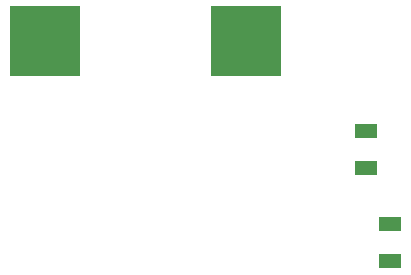
<source format=gtp>
G04 Layer: TopPasteMaskLayer*
G04 EasyEDA v6.4.20.6, 2021-07-19T19:11:35--4:00*
G04 e84b6f659e4c45e888895c734b18603a,91999b56e5bf4a9c8a3ad43c56598434,10*
G04 Gerber Generator version 0.2*
G04 Scale: 100 percent, Rotated: No, Reflected: No *
G04 Dimensions in millimeters *
G04 leading zeros omitted , absolute positions ,4 integer and 5 decimal *
%FSLAX45Y45*%
%MOMM*%

%ADD13R,1.9000X1.2000*%
%ADD14R,6.0000X6.0000*%

%LPD*%
D13*
G01*
X4508500Y3027679D03*
G01*
X4508500Y3347694D03*
G01*
X4305300Y3815079D03*
G01*
X4305300Y4135094D03*
D14*
G01*
X1588414Y4889500D03*
G01*
X3288411Y4889500D03*
M02*

</source>
